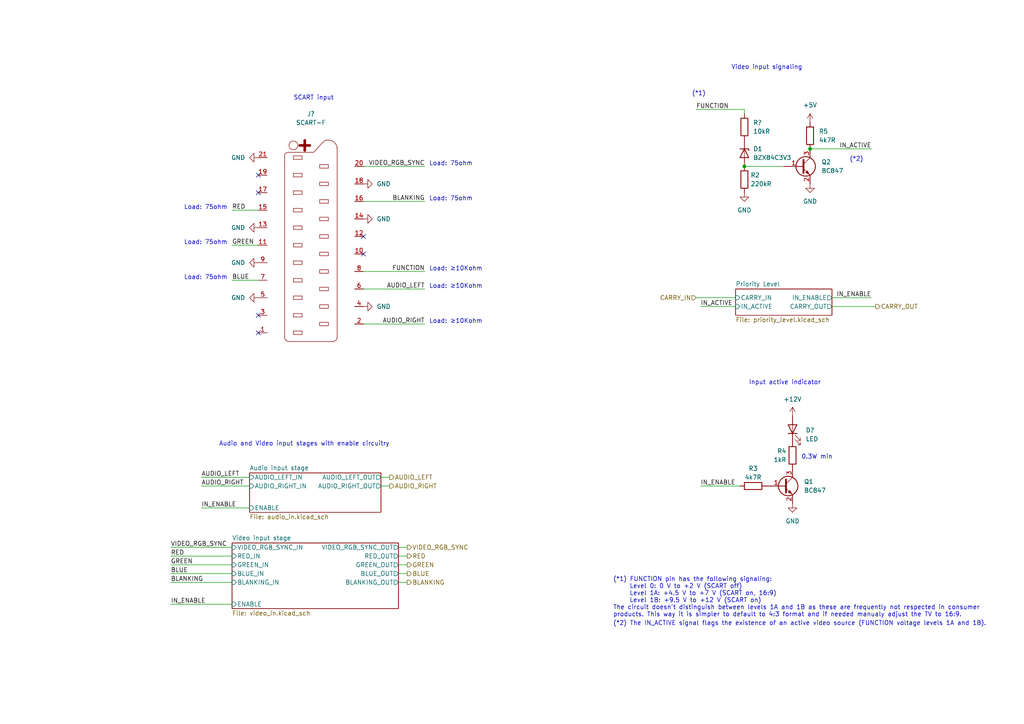
<source format=kicad_sch>
(kicad_sch (version 20230121) (generator eeschema)
  (paper "A4")
  (lib_symbols
    (symbol "Connector:SCART-F" (pin_names (offset 0.762) hide)
      (property "Reference" "J" (at 0 31.75 0))
      (property "Value" "SCART-F" (at 1.016 -29.21 0))
      (symbol "SCART-F_0_1"
        (arc (start -7.62 -26.67) (mid -7.248 -27.568) (end -6.35 -27.94))
        (arc (start -6.604 26.9494) (mid -7.3224 26.6518) (end -7.62 25.9334))
        (rectangle (start -5.08 -24.892) (end -2.54 -25.908))
        (rectangle (start -5.08 -19.812) (end -2.54 -20.828))
        (rectangle (start -5.08 -14.732) (end -2.54 -15.748))
        (rectangle (start -5.08 -9.652) (end -2.54 -10.668))
        (rectangle (start -5.08 -4.572) (end -2.54 -5.588))
        (rectangle (start -5.08 0.508) (end -2.54 -0.508))
        (rectangle (start -5.08 5.588) (end -2.54 4.572))
        (rectangle (start -5.08 10.668) (end -2.54 9.652))
        (rectangle (start -5.08 15.748) (end -2.54 14.732))
        (rectangle (start -5.08 20.828) (end -2.54 19.812))
        (rectangle (start -5.08 25.908) (end -2.54 24.892))
        (circle (center -5.08 28.956) (radius 1.27))
        (polyline (pts (xy -7.62 22.86) (xy -7.62 -26.67)))
        (polyline (pts (xy -7.62 22.86) (xy -7.62 24.13)))
        (polyline (pts (xy -7.62 24.6634) (xy -7.62 24.13)))
        (polyline (pts (xy -7.62 24.6634) (xy -7.62 25.9334)))
        (polyline (pts (xy -6.604 26.9494) (xy 0.508 26.9494)))
        (polyline (pts (xy -6.35 -27.94) (xy 6.35 -27.94)))
        (polyline (pts (xy 3.302 29.718) (xy 1.27 27.432)))
        (polyline (pts (xy 4.826 30.48) (xy 5.08 30.48)))
        (polyline (pts (xy 7.62 -26.67) (xy 7.62 28.2194)))
        (arc (start 0.508 26.924) (mid 0.9569 27.0702) (end 1.2192 27.4574))
        (rectangle (start 2.54 -22.352) (end 5.08 -23.368))
        (rectangle (start 2.54 -17.272) (end 5.08 -18.288))
        (rectangle (start 2.54 -12.192) (end 5.08 -13.208))
        (rectangle (start 2.54 -7.112) (end 5.08 -8.128))
        (rectangle (start 2.54 -2.032) (end 5.08 -3.048))
        (rectangle (start 2.54 3.048) (end 5.08 2.032))
        (rectangle (start 2.54 8.128) (end 5.08 7.112))
        (rectangle (start 2.54 13.208) (end 5.08 12.192))
        (rectangle (start 2.54 18.288) (end 5.08 17.272))
        (rectangle (start 2.54 23.368) (end 5.08 22.352))
        (arc (start 4.826 30.48) (mid 3.999 30.2726) (end 3.3782 29.6926))
        (arc (start 6.35 -27.94) (mid 7.248 -27.568) (end 7.62 -26.67))
        (arc (start 7.62 27.94) (mid 6.8761 29.7361) (end 5.08 30.48))
        (text "+" (at -1.778 29.21 0) (effects (font (size 3.81 3.81) bold)))
      )
      (symbol "SCART-F_1_1"
        (pin passive line (at -15.24 -25.4 0) (length 2.54) (name "P1") (number "1"))
        (pin passive line (at 15.24 -2.54 180) (length 2.54) (name "P10") (number "10"))
        (pin passive line (at -15.24 0 0) (length 2.54) (name "P11") (number "11"))
        (pin passive line (at 15.24 2.54 180) (length 2.54) (name "P12") (number "12"))
        (pin passive line (at -15.24 5.08 0) (length 2.54) (name "P13") (number "13"))
        (pin passive line (at 15.24 7.62 180) (length 2.54) (name "P14") (number "14"))
        (pin passive line (at -15.24 10.16 0) (length 2.54) (name "P15") (number "15"))
        (pin passive line (at 15.24 12.7 180) (length 2.54) (name "P16") (number "16"))
        (pin passive line (at -15.24 15.24 0) (length 2.54) (name "P17") (number "17"))
        (pin passive line (at 15.24 17.78 180) (length 2.54) (name "P18") (number "18"))
        (pin passive line (at -15.24 20.32 0) (length 2.54) (name "P19") (number "19"))
        (pin passive line (at 15.24 -22.86 180) (length 2.54) (name "P2") (number "2"))
        (pin passive line (at 15.24 22.86 180) (length 2.54) (name "P20") (number "20"))
        (pin passive line (at -15.24 25.4 0) (length 2.54) (name "P21") (number "21"))
        (pin passive line (at -15.24 -20.32 0) (length 2.54) (name "P3") (number "3"))
        (pin passive line (at 15.24 -17.78 180) (length 2.54) (name "P4") (number "4"))
        (pin passive line (at -15.24 -15.24 0) (length 2.54) (name "P5") (number "5"))
        (pin passive line (at 15.24 -12.7 180) (length 2.54) (name "P6") (number "6"))
        (pin passive line (at -15.24 -10.16 0) (length 2.54) (name "P7") (number "7"))
        (pin passive line (at 15.24 -7.62 180) (length 2.54) (name "P8") (number "8"))
        (pin passive line (at -15.24 -5.08 0) (length 2.54) (name "P9") (number "9"))
      )
    )
    (symbol "Device:LED" (pin_numbers hide) (pin_names (offset 1.016) hide)
      (property "Reference" "D" (at 0 2.54 0))
      (property "Value" "LED" (at 0 -2.54 0))
      (symbol "LED_0_1"
        (polyline (pts (xy -1.27 -1.27) (xy -1.27 1.27)) (stroke (width 0.254)))
        (polyline (pts (xy -1.27 0) (xy 1.27 0)))
        (polyline (pts (xy 1.27 -1.27) (xy 1.27 1.27) (xy -1.27 0) (xy 1.27 -1.27)) (stroke (width 0.254)))
        (polyline (pts (xy -3.048 -0.762) (xy -4.572 -2.286) (xy -3.81 -2.286) (xy -4.572 -2.286) (xy -4.572 -1.524)))
        (polyline (pts (xy -1.778 -0.762) (xy -3.302 -2.286) (xy -2.54 -2.286) (xy -3.302 -2.286) (xy -3.302 -1.524)))
      )
      (symbol "LED_1_1"
        (pin passive line (at -3.81 0 0) (length 2.54) (name "K") (number "1"))
        (pin passive line (at 3.81 0 180) (length 2.54) (name "A") (number "2"))
      )
    )
    (symbol "Device:R" (pin_numbers hide) (pin_names (offset 0))
      (property "Reference" "R" (at 2.032 0 90))
      (property "Value" "R" (at 0 0 90))
      (symbol "R_0_1"
        (rectangle (start -1.016 -2.54) (end 1.016 2.54) (stroke (width 0.254)))
      )
      (symbol "R_1_1"
        (pin passive line (at 0 3.81 270) (length 1.27) (name "~") (number "1"))
        (pin passive line (at 0 -3.81 90) (length 1.27) (name "~") (number "2"))
      )
    )
    (symbol "Diode:BZX84Cxx" (pin_numbers hide) (pin_names hide)
      (property "Reference" "D" (at 0 3.81 0))
      (property "Value" "BZX84Cxx" (at 0 -3.81 0))
      (symbol "BZX84Cxx_0_1"
        (polyline (pts (xy 1.27 0) (xy -1.27 0)))
        (polyline (pts (xy -1.27 -1.27) (xy -1.27 1.27) (xy -0.762 1.27)) (stroke (width 0.254)))
        (polyline (pts (xy 1.27 -1.27) (xy 1.27 1.27) (xy -1.27 0) (xy 1.27 -1.27)) (stroke (width 0.254)))
      )
      (symbol "BZX84Cxx_1_1"
        (pin passive line (at 3.81 0 180) (length 2.54) (name "A") (number "1"))
        (pin no_connect line (at 1.27 0 180) (length 2.54) hide (name "NC") (number "2"))
        (pin passive line (at -3.81 0 0) (length 2.54) (name "K") (number "3"))
      )
    )
    (symbol "Transistor_BJT:BC847" (pin_names (offset 0) hide)
      (property "Reference" "Q" (at 5.08 1.905 0))
      (property "Value" "BC847" (at 5.08 0 0))
      (symbol "BC847_0_1"
        (polyline (pts (xy 0.635 0.635) (xy 2.54 2.54)))
        (polyline (pts (xy 0.635 -0.635) (xy 2.54 -2.54) (xy 2.54 -2.54)))
        (polyline (pts (xy 0.635 1.905) (xy 0.635 -1.905) (xy 0.635 -1.905)) (stroke (width 0.508)))
        (polyline (pts (xy 1.27 -1.778) (xy 1.778 -1.27) (xy 2.286 -2.286) (xy 1.27 -1.778) (xy 1.27 -1.778)) (fill (type outline)))
        (circle (center 1.27 0) (radius 2.8194) (stroke (width 0.254)))
      )
      (symbol "BC847_1_1"
        (pin input line (at -5.08 0 0) (length 5.715) (name "B") (number "1"))
        (pin passive line (at 2.54 -5.08 90) (length 2.54) (name "E") (number "2"))
        (pin passive line (at 2.54 5.08 270) (length 2.54) (name "C") (number "3"))
      )
    )
    (symbol "power:+12V" (power) (pin_names (offset 0))
      (property "Value" "+12V" (at 0 3.556 0))
      (symbol "+12V_0_1"
        (polyline (pts (xy -0.762 1.27) (xy 0 2.54)))
        (polyline (pts (xy 0 0) (xy 0 2.54)))
        (polyline (pts (xy 0 2.54) (xy 0.762 1.27)))
      )
      (symbol "+12V_1_1"
        (pin power_in line (at 0 0 90) (length 0) hide (name "+12V") (number "1"))
      )
    )
    (symbol "power:+5V" (power) (pin_names (offset 0))
      (property "Value" "+5V" (at 0 3.556 0))
      (symbol "+5V_0_1"
        (polyline (pts (xy -0.762 1.27) (xy 0 2.54)))
        (polyline (pts (xy 0 0) (xy 0 2.54)))
        (polyline (pts (xy 0 2.54) (xy 0.762 1.27)))
      )
      (symbol "+5V_1_1"
        (pin power_in line (at 0 0 90) (length 0) hide (name "+5V") (number "1"))
      )
    )
    (symbol "power:GND" (power) (pin_names (offset 0))
      (property "Value" "GND" (at 0 -3.81 0))
      (symbol "GND_0_1"
        (polyline (pts (xy 0 0) (xy 0 -1.27) (xy 1.27 -1.27) (xy 0 -2.54) (xy -1.27 -1.27) (xy 0 -1.27)))
      )
      (symbol "GND_1_1"
        (pin power_in line (at 0 0 270) (length 0) hide (name "GND") (number "1"))
      )
    )
  )
  (junction (at 234.95 43.18))
  (junction (at 215.9 48.26))
  (no_connect (at 105.41 68.58))
  (no_connect (at 74.93 96.52))
  (no_connect (at 74.93 55.88))
  (no_connect (at 105.41 73.66))
  (no_connect (at 74.93 91.44))
  (no_connect (at 74.93 50.8))
  (wire (pts (xy 115.57 166.37) (xy 118.11 166.37)))
  (wire (pts (xy 49.53 161.29) (xy 67.31 161.29)))
  (wire (pts (xy 49.53 158.75) (xy 67.31 158.75)))
  (wire (pts (xy 67.31 60.96) (xy 74.93 60.96)))
  (wire (pts (xy 234.95 43.18) (xy 252.73 43.18)))
  (wire (pts (xy 58.42 138.43) (xy 72.39 138.43)))
  (wire (pts (xy 67.31 81.28) (xy 74.93 81.28)))
  (wire (pts (xy 58.42 147.32) (xy 72.39 147.32)))
  (wire (pts (xy 115.57 158.75) (xy 118.11 158.75)))
  (wire (pts (xy 49.53 168.91) (xy 67.31 168.91)))
  (wire (pts (xy 49.53 175.26) (xy 67.31 175.26)))
  (wire (pts (xy 203.2 88.9) (xy 213.36 88.9)))
  (wire (pts (xy 105.41 58.42) (xy 123.19 58.42)))
  (wire (pts (xy 105.41 78.74) (xy 123.19 78.74)))
  (wire (pts (xy 115.57 161.29) (xy 118.11 161.29)))
  (wire (pts (xy 110.49 140.97) (xy 113.03 140.97)))
  (wire (pts (xy 215.9 31.75) (xy 215.9 33.02)))
  (wire (pts (xy 115.57 168.91) (xy 118.11 168.91)))
  (wire (pts (xy 105.41 48.26) (xy 123.19 48.26)))
  (wire (pts (xy 241.3 86.36) (xy 252.73 86.36)))
  (wire (pts (xy 67.31 71.12) (xy 74.93 71.12)))
  (wire (pts (xy 241.3 88.9) (xy 254 88.9)))
  (wire (pts (xy 203.2 140.97) (xy 214.63 140.97)))
  (wire (pts (xy 227.33 48.26) (xy 215.9 48.26)))
  (wire (pts (xy 115.57 163.83) (xy 118.11 163.83)))
  (wire (pts (xy 105.41 83.82) (xy 123.19 83.82)))
  (wire (pts (xy 49.53 163.83) (xy 67.31 163.83)))
  (wire (pts (xy 105.41 93.98) (xy 123.19 93.98)))
  (wire (pts (xy 201.93 86.36) (xy 213.36 86.36)))
  (wire (pts (xy 58.42 140.97) (xy 72.39 140.97)))
  (wire (pts (xy 110.49 138.43) (xy 113.03 138.43)))
  (wire (pts (xy 201.93 31.75) (xy 215.9 31.75)))
  (wire (pts (xy 49.53 166.37) (xy 67.31 166.37)))
  (text "0.3W min" (at 232.41 133.35 0) (effects (font (size 1.27 1.27)) (justify left bottom)))
  (text "Load: 75ohm" (at 124.46 48.26 0) (effects (font (size 1.27 1.27)) (justify left bottom)))
  (text "Input active indicator" (at 217.17 111.76 0) (effects (font (size 1.27 1.27)) (justify left bottom)))
  (text "(*2) The IN_ACTIVE signal flags the existence of an active video source (FUNCTION voltage levels 1A and 1B)." (at 177.8 181.61 0) (effects (font (size 1.27 1.27)) (justify left bottom)))
  (text "Load: 75ohm" (at 53.34 71.12 0) (effects (font (size 1.27 1.27)) (justify left bottom)))
  (text "Audio and Video input stages with enable circuitry" (at 63.5 129.54 0) (effects (font (size 1.27 1.27)) (justify left bottom)))
  (text "(*1) FUNCTION pin has the following signaling:\n	Level 0: 0 V to +2 V (SCART off)\n	Level 1A: +4.5 V to +7 V (SCART on, 16:9)\n	Level 1B: +9.5 V to +12 V (SCART on)\nThe circuit doesn't distinguish between levels 1A and 1B as these are frequently not respected in consumer\nproducts. This way it is simpler to default to 4:3 format and if needed manualy adjust the TV to 16:9." (at 177.8 179.07 0) (effects (font (size 1.27 1.27)) (justify left bottom)))
  (text "(*1)" (at 200.66 27.94 0) (effects (font (size 1.27 1.27)) (justify left bottom)))
  (text "Load: 75ohm" (at 53.34 60.96 0) (effects (font (size 1.27 1.27)) (justify left bottom)))
  (text "(*2)" (at 246.38 46.99 0) (effects (font (size 1.27 1.27)) (justify left bottom)))
  (text "Load: 75ohm" (at 53.34 81.28 0) (effects (font (size 1.27 1.27)) (justify left bottom)))
  (text "Load: ≥10Kohm" (at 124.46 83.82 0) (effects (font (size 1.27 1.27)) (justify left bottom)))
  (text "SCART input" (at 85.09 29.21 0) (effects (font (size 1.27 1.27)) (justify left bottom)))
  (text "Load: ≥10Kohm" (at 124.46 78.74 0) (effects (font (size 1.27 1.27)) (justify left bottom)))
  (text "Load: 75ohm" (at 124.46 58.42 0) (effects (font (size 1.27 1.27)) (justify left bottom)))
  (text "Load: ≥10Kohm" (at 124.46 93.98 0) (effects (font (size 1.27 1.27)) (justify left bottom)))
  (text "Video input signaling" (at 212.09 20.32 0) (effects (font (size 1.27 1.27)) (justify left bottom)))
  (label "BLANKING" (at 49.53 168.91 0))
  (label "BLUE" (at 67.31 81.28 0))
  (label "BLANKING" (at 123.19 58.42 180))
  (label "AUDIO_RIGHT" (at 123.19 93.98 180))
  (label "RED" (at 67.31 60.96 0))
  (label "VIDEO_RGB_SYNC" (at 49.53 158.75 0))
  (label "RED" (at 49.53 161.29 0))
  (label "IN_ENABLE" (at 252.73 86.36 180))
  (label "GREEN" (at 49.53 163.83 0))
  (label "FUNCTION" (at 123.19 78.74 180))
  (label "IN_ENABLE" (at 58.42 147.32 0))
  (label "FUNCTION" (at 201.93 31.75 0))
  (label "IN_ACTIVE" (at 252.73 43.18 180))
  (label "IN_ACTIVE" (at 203.2 88.9 0))
  (label "AUDIO_LEFT" (at 58.42 138.43 0))
  (label "IN_ENABLE" (at 49.53 175.26 0))
  (label "VIDEO_RGB_SYNC" (at 123.19 48.26 180))
  (label "AUDIO_RIGHT" (at 58.42 140.97 0))
  (label "BLUE" (at 49.53 166.37 0))
  (label "GREEN" (at 67.31 71.12 0))
  (label "IN_ENABLE" (at 203.2 140.97 0))
  (label "AUDIO_LEFT" (at 123.19 83.82 180))
  (hierarchical_label "BLUE" (shape output) (at 118.11 166.37 0))
  (hierarchical_label "AUDIO_LEFT" (shape output) (at 113.03 138.43 0))
  (hierarchical_label "AUDIO_RIGHT" (shape output) (at 113.03 140.97 0))
  (hierarchical_label "BLANKING" (shape output) (at 118.11 168.91 0))
  (hierarchical_label "GREEN" (shape output) (at 118.11 163.83 0))
  (hierarchical_label "VIDEO_RGB_SYNC" (shape output) (at 118.11 158.75 0))
  (hierarchical_label "CARRY_IN" (shape input) (at 201.93 86.36 180))
  (hierarchical_label "CARRY_OUT" (shape output) (at 254 88.9 0))
  (hierarchical_label "RED" (shape output) (at 118.11 161.29 0))
  (symbol (lib_id "power:GND") (at 105.41 53.34 90) (unit 1)
    (property "Reference" "#PWR021" (effects hide))
    (property "Value" "GND" (at 109.22 53.34 90) (effects (justify right)))
    (instances (project "SCART_switcher_input" (path "" (reference "#PWR021") (unit 1)) (path "" (reference "#PWR033") (unit 1)) (path "" (reference "#PWR045") (unit 1))))
  )
  (symbol (lib_id "Device:R") (at 234.95 39.37 0) (unit 1)
    (property "Reference" "R5" (at 237.49 38.1 0) (effects (justify left)))
    (property "Value" "4k7R" (at 237.49 40.64 0) (effects (justify left)))
    (property "Footprint" "Resistor_SMD:R_0805_2012Metric" (effects hide))
    (instances (project "SCART_switcher_input" (path "" (reference "R5") (unit 1)) (path "" (reference "R10") (unit 1)) (path "" (reference "R15") (unit 1))))
  )
  (symbol (lib_id "power:GND") (at 105.41 63.5 90) (unit 1)
    (property "Reference" "#PWR022" (effects hide))
    (property "Value" "GND" (at 109.22 63.5 90) (effects (justify right)))
    (instances (project "SCART_switcher_input" (path "" (reference "#PWR022") (unit 1)) (path "" (reference "#PWR034") (unit 1)) (path "" (reference "#PWR046") (unit 1))))
  )
  (symbol (lib_id "Transistor_BJT:BC847") (at 227.33 140.97 0) (unit 1)
    (property "Reference" "Q1" (at 233.172 139.7 0) (effects (justify left)))
    (property "Value" "BC847" (at 233.172 142.24 0) (effects (justify left)))
    (property "Footprint" "Package_TO_SOT_SMD:SOT-23" (effects hide))
    (property "Datasheet" "https://datasheet.lcsc.com/lcsc/1811141238_Nexperia-BC847C-215_C8664.pdf" (effects hide))
    (property "MPN" "BC847C,215" (effects hide))
    (property "Status" "OK" (effects hide))
    (instances (project "SCART_switcher_input" (path "" (reference "Q1") (unit 1)) (path "" (reference "Q3") (unit 1)) (path "" (reference "Q5") (unit 1))))
  )
  (symbol (lib_id "power:GND") (at 74.93 76.2 270) (unit 1)
    (property "Reference" "#PWR019" (effects hide))
    (property "Value" "GND" (at 71.12 76.2 90) (effects (justify right)))
    (instances (project "SCART_switcher_input" (path "" (reference "#PWR019") (unit 1)) (path "" (reference "#PWR031") (unit 1)) (path "" (reference "#PWR043") (unit 1))))
  )
  (symbol (lib_id "Device:R") (at 218.44 140.97 90) (unit 1)
    (property "Reference" "R3" (at 218.44 135.89 90))
    (property "Value" "4k7R" (at 218.44 138.43 90))
    (property "Footprint" "Resistor_SMD:R_0805_2012Metric" (effects hide))
    (instances (project "SCART_switcher_input" (path "" (reference "R3") (unit 1)) (path "" (reference "R8") (unit 1)) (path "" (reference "R13") (unit 1))))
  )
  (symbol (lib_id "power:GND") (at 215.9 55.88 0) (unit 1)
    (property "Reference" "#PWR024" (effects hide))
    (property "Value" "GND" (at 215.9 60.96 0))
    (instances (project "SCART_switcher_input" (path "" (reference "#PWR024") (unit 1)) (path "" (reference "#PWR036") (unit 1)) (path "" (reference "#PWR048") (unit 1))))
  )
  (symbol (lib_id "Device:LED") (at 229.87 124.46 90) (unit 1)
    (property "Reference" "D?" (at 233.68 124.7774 90) (effects (justify right)))
    (property "Value" "LED" (at 233.68 127.3174 90) (effects (justify right)))
    (property "Footprint" "LED_THT:LED_D5.0mm" (effects hide))
    (property "Datasheet" "https://datasheet.lcsc.com/lcsc/1810271709_Everlight-Elec-333-2SURD-S530-A3_C87271.pdf" (effects hide))
    (property "MPN" "333-2SURD/S530-A3" (effects hide))
    (property "Status" "OK" (effects hide))
    (instances (project "PowerDeliveryBoard" (path "" (reference "D?") (unit 1))) (project "SCART_switcher_input" (path "" (reference "D?") (unit 1)) (path "" (reference "D2") (unit 1)) (path "" (reference "D4") (unit 1)) (path "" (reference "D6") (unit 1))))
  )
  (symbol (lib_id "power:GND") (at 74.93 66.04 270) (unit 1)
    (property "Reference" "#PWR018" (effects hide))
    (property "Value" "GND" (at 71.12 66.04 90) (effects (justify right)))
    (instances (project "SCART_switcher_input" (path "" (reference "#PWR018") (unit 1)) (path "" (reference "#PWR030") (unit 1)) (path "" (reference "#PWR042") (unit 1))))
  )
  (symbol (lib_id "power:GND") (at 234.95 53.34 0) (unit 1)
    (property "Reference" "#PWR028" (effects hide))
    (property "Value" "GND" (at 234.95 58.42 0))
    (instances (project "SCART_switcher_input" (path "" (reference "#PWR028") (unit 1)) (path "" (reference "#PWR040") (unit 1)) (path "" (reference "#PWR052") (unit 1))))
  )
  (symbol (lib_id "power:GND") (at 105.41 88.9 90) (unit 1)
    (property "Reference" "#PWR023" (effects hide))
    (property "Value" "GND" (at 109.22 88.9 90) (effects (justify right)))
    (instances (project "SCART_switcher_input" (path "" (reference "#PWR023") (unit 1)) (path "" (reference "#PWR035") (unit 1)) (path "" (reference "#PWR047") (unit 1))))
  )
  (symbol (lib_id "Connector:SCART-F") (at 90.17 71.12 0) (unit 1)
    (property "Reference" "J?" (at 90.17 33.02 0))
    (property "Value" "SCART-F" (at 90.17 35.56 0))
    (property "Footprint" "Connector_SCART:SCART-F" (effects hide))
    (property "Datasheet" " ~" (effects hide))
    (property "Status" "OK" (effects hide))
    (property "MPN" "N/A" (effects hide))
    (instances (project "SCART_switcher_input" (path "" (reference "J?") (unit 1)) (path "" (reference "J16") (unit 1)) (path "" (reference "J17") (unit 1)) (path "" (reference "J18") (unit 1))))
  )
  (symbol (lib_id "Device:R") (at 229.87 132.08 0) (mirror y) (unit 1)
    (property "Reference" "R4" (at 228.092 130.81 0) (effects (justify left)))
    (property "Value" "1kR" (at 228.092 133.35 0) (effects (justify left)))
    (property "Footprint" "Resistor_SMD:R_1210_3225Metric" (effects hide))
    (instances (project "SCART_switcher_input" (path "" (reference "R4") (unit 1)) (path "" (reference "R9") (unit 1)) (path "" (reference "R14") (unit 1))))
  )
  (symbol (lib_id "power:GND") (at 229.87 146.05 0) (unit 1)
    (property "Reference" "#PWR026" (effects hide))
    (property "Value" "GND" (at 229.87 151.13 0))
    (instances (project "SCART_switcher_input" (path "" (reference "#PWR026") (unit 1)) (path "" (reference "#PWR038") (unit 1)) (path "" (reference "#PWR050") (unit 1))))
  )
  (symbol (lib_id "power:GND") (at 74.93 45.72 270) (unit 1)
    (property "Reference" "#PWR017" (effects hide))
    (property "Value" "GND" (at 71.12 45.72 90) (effects (justify right)))
    (instances (project "SCART_switcher_input" (path "" (reference "#PWR017") (unit 1)) (path "" (reference "#PWR029") (unit 1)) (path "" (reference "#PWR041") (unit 1))))
  )
  (symbol (lib_id "Diode:BZX84Cxx") (at 215.9 44.45 270) (unit 1)
    (property "Reference" "D1" (at 218.44 43.18 90) (effects (justify left)))
    (property "Value" "BZX84C3V3" (at 218.44 45.72 90) (effects (justify left)))
    (property "Footprint" "Package_TO_SOT_SMD:SOT-23" (effects hide))
    (property "Datasheet" "https://datasheet.lcsc.com/lcsc/2304140030_Diodes-Incorporated-BZX84C3V3-7-F_C177019.pdf" (effects hide))
    (property "MPN" "BZX84C3V3-7-F" (effects hide))
    (property "Status" "OK" (effects hide))
    (instances (project "SCART_switcher_input" (path "" (reference "D1") (unit 1)) (path "" (reference "D3") (unit 1)) (path "" (reference "D5") (unit 1))))
  )
  (symbol (lib_id "power:+12V") (at 229.87 120.65 0) (unit 1)
    (property "Reference" "#PWR?" (effects hide))
    (property "Value" "+12V" (at 229.87 115.824 0))
    (instances (project "SCART_switcher_input" (path "" (reference "#PWR?") (unit 1)) (path "" (reference "#PWR025") (unit 1)) (path "" (reference "#PWR037") (unit 1)) (path "" (reference "#PWR049") (unit 1))))
  )
  (symbol (lib_id "power:+5V") (at 234.95 35.56 0) (unit 1)
    (property "Reference" "#PWR027" (effects hide))
    (property "Value" "+5V" (at 234.95 30.48 0))
    (instances (project "SCART_switcher_input" (path "" (reference "#PWR027") (unit 1)) (path "" (reference "#PWR039") (unit 1)) (path "" (reference "#PWR051") (unit 1)) (path "" (reference "#PWR?") (unit 1)) (path "" (reference "#PWR?") (unit 1)) (path "" (reference "#PWR?") (unit 1))))
  )
  (symbol (lib_id "power:GND") (at 74.93 86.36 270) (unit 1)
    (property "Reference" "#PWR020" (effects hide))
    (property "Value" "GND" (at 71.12 86.36 90) (effects (justify right)))
    (instances (project "SCART_switcher_input" (path "" (reference "#PWR020") (unit 1)) (path "" (reference "#PWR032") (unit 1)) (path "" (reference "#PWR044") (unit 1))))
  )
  (symbol (lib_id "Transistor_BJT:BC847") (at 232.41 48.26 0) (unit 1)
    (property "Reference" "Q2" (at 238.252 46.99 0) (effects (justify left)))
    (property "Value" "BC847" (at 238.252 49.53 0) (effects (justify left)))
    (property "Footprint" "Package_TO_SOT_SMD:SOT-23" (effects hide))
    (property "Datasheet" "https://datasheet.lcsc.com/lcsc/1811141238_Nexperia-BC847C-215_C8664.pdf" (effects hide))
    (property "MPN" "BC847C,215" (effects hide))
    (property "Status" "OK" (effects hide))
    (instances (project "SCART_switcher_input" (path "" (reference "Q2") (unit 1)) (path "" (reference "Q4") (unit 1)) (path "" (reference "Q6") (unit 1))))
  )
  (symbol (lib_id "Device:R") (at 215.9 52.07 0) (unit 1)
    (property "Reference" "R2" (at 217.678 50.8 0) (effects (justify left)))
    (property "Value" "220kR" (at 217.678 53.34 0) (effects (justify left)))
    (property "Footprint" "Resistor_SMD:R_0805_2012Metric" (effects hide))
    (instances (project "SCART_switcher_input" (path "" (reference "R2") (unit 1)) (path "" (reference "R7") (unit 1)) (path "" (reference "R12") (unit 1)) (path "" (reference "R?") (unit 1)) (path "" (reference "R?") (unit 1)) (path "" (reference "R?") (unit 1))))
  )
  (symbol (lib_id "Device:R") (at 215.9 36.83 0) (unit 1)
    (property "Reference" "R?" (at 218.44 35.56 0) (effects (justify left)))
    (property "Value" "10kR" (at 218.44 38.1 0) (effects (justify left)))
    (property "Footprint" "Resistor_SMD:R_0805_2012Metric" (effects hide))
    (property "Datasheet" "https://datasheet.lcsc.com/lcsc/1810201611_YAGEO-RC0805FR-0710KL_C84376.pdf" (effects hide))
    (property "MPN" "RC0805FR-0710KL" (effects hide))
    (instances (project "SCART_switcher_input" (path "" (reference "R?") (unit 1)) (path "" (reference "R?") (unit 1)) (path "" (reference "R?") (unit 1)) (path "" (reference "R1") (unit 1)) (path "" (reference "R6") (unit 1)) (path "" (reference "R11") (unit 1))))
  )
  (sheet (at 67.31 157.48) (size 48.26 19.05) (stroke (width 0.1524))
    (property "Sheetname" "Video input stage" (at 67.31 156.7684 0) (effects (justify left bottom)))
    (property "Sheetfile" "video_in.kicad_sch" (at 67.31 177.1146 0) (effects (justify left top)))
    (pin "RED_OUT" output (at 115.57 161.29 0))
    (pin "GREEN_OUT" output (at 115.57 163.83 0))
    (pin "BLUE_OUT" output (at 115.57 166.37 0))
    (pin "RED_IN" input (at 67.31 161.29 180))
    (pin "GREEN_IN" input (at 67.31 163.83 180))
    (pin "BLUE_IN" input (at 67.31 166.37 180))
    (pin "ENABLE" input (at 67.31 175.26 180))
    (pin "BLANKING_OUT" output (at 115.57 168.91 0))
    (pin "BLANKING_IN" input (at 67.31 168.91 180))
    (pin "VIDEO_RGB_SYNC_IN" input (at 67.31 158.75 180))
    (pin "VIDEO_RGB_SYNC_OUT" output (at 115.57 158.75 0))
  )
  (sheet (at 72.39 137.16) (size 38.1 11.43) (stroke (width 0.1524))
    (property "Sheetname" "Audio input stage" (at 72.39 136.4484 0) (effects (justify left bottom)))
    (property "Sheetfile" "audio_in.kicad_sch" (at 72.39 149.1746 0) (effects (justify left top)))
    (pin "AUDIO_RIGHT_IN" input (at 72.39 140.97 180))
    (pin "AUDIO_RIGHT_OUT" output (at 110.49 140.97 0))
    (pin "AUDIO_LEFT_IN" input (at 72.39 138.43 180))
    (pin "AUDIO_LEFT_OUT" output (at 110.49 138.43 0))
    (pin "ENABLE" input (at 72.39 147.32 180))
  )
  (sheet (at 213.36 83.82) (size 27.94 7.62) (stroke (width 0.1524))
    (property "Sheetname" "Priority Level" (at 213.36 83.1084 0) (effects (justify left bottom)))
    (property "Sheetfile" "priority_level.kicad_sch" (at 213.36 92.0246 0) (effects (justify left top)))
    (pin "CARRY_IN" input (at 213.36 86.36 180))
    (pin "IN_ENABLE" output (at 241.3 86.36 0))
    (pin "CARRY_OUT" output (at 241.3 88.9 0))
    (pin "IN_ACTIVE" input (at 213.36 88.9 180))
  )
)
</source>
